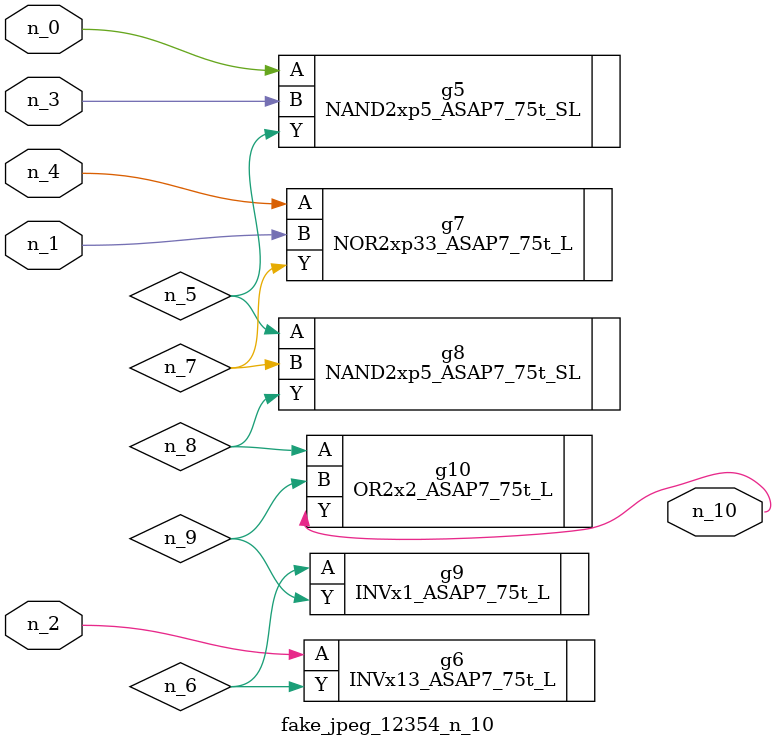
<source format=v>
module fake_jpeg_12354_n_10 (n_3, n_2, n_1, n_0, n_4, n_10);

input n_3;
input n_2;
input n_1;
input n_0;
input n_4;

output n_10;

wire n_8;
wire n_9;
wire n_6;
wire n_5;
wire n_7;

NAND2xp5_ASAP7_75t_SL g5 ( 
.A(n_0),
.B(n_3),
.Y(n_5)
);

INVx13_ASAP7_75t_L g6 ( 
.A(n_2),
.Y(n_6)
);

NOR2xp33_ASAP7_75t_L g7 ( 
.A(n_4),
.B(n_1),
.Y(n_7)
);

NAND2xp5_ASAP7_75t_SL g8 ( 
.A(n_5),
.B(n_7),
.Y(n_8)
);

OR2x2_ASAP7_75t_L g10 ( 
.A(n_8),
.B(n_9),
.Y(n_10)
);

INVx1_ASAP7_75t_L g9 ( 
.A(n_6),
.Y(n_9)
);


endmodule
</source>
